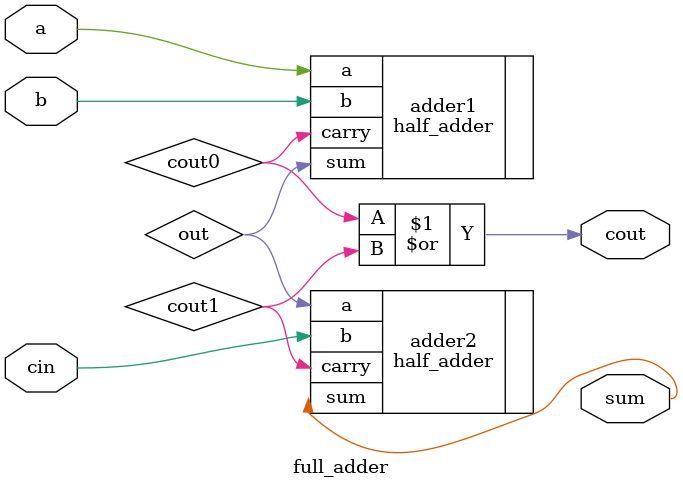
<source format=v>
module full_adder(
	output sum,
	output cout,
	input a,
	input b,
	input cin);

	wire cout0, cout1, out;

	half_adder adder1(
		.sum(out), 
		.carry(cout0),
		.a(a), 
		.b(b)); 
	
	half_adder adder2(
		.sum(sum), 
		.carry(cout1),
		.a(out), 
		.b(cin)); 

    assign cout = cout0 | cout1;

endmodule
</source>
